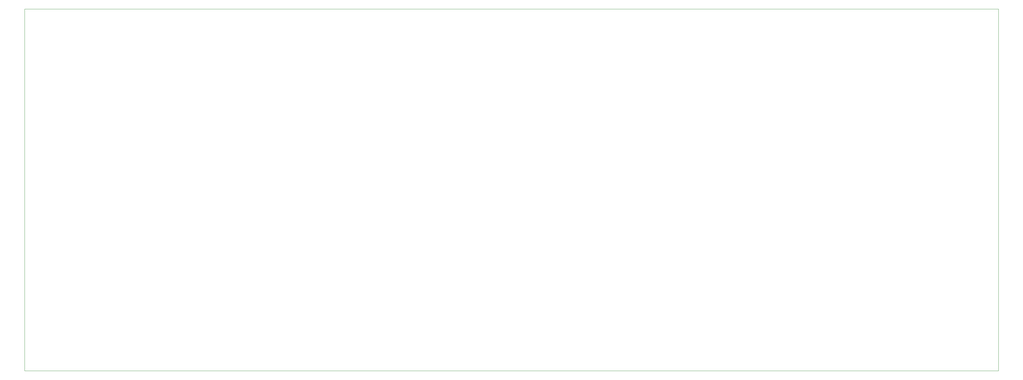
<source format=gbr>
%TF.GenerationSoftware,KiCad,Pcbnew,(6.0.1)*%
%TF.CreationDate,2022-06-24T19:37:25-07:00*%
%TF.ProjectId,75ortho,37356f72-7468-46f2-9e6b-696361645f70,rev?*%
%TF.SameCoordinates,Original*%
%TF.FileFunction,Profile,NP*%
%FSLAX46Y46*%
G04 Gerber Fmt 4.6, Leading zero omitted, Abs format (unit mm)*
G04 Created by KiCad (PCBNEW (6.0.1)) date 2022-06-24 19:37:25*
%MOMM*%
%LPD*%
G01*
G04 APERTURE LIST*
%TA.AperFunction,Profile*%
%ADD10C,0.100000*%
%TD*%
G04 APERTURE END LIST*
D10*
X82575400Y-97510600D02*
X367665000Y-97510600D01*
X367665000Y-97510600D02*
X367665000Y-203327000D01*
X367665000Y-203327000D02*
X82575400Y-203327000D01*
X82575400Y-203327000D02*
X82575400Y-97510600D01*
M02*

</source>
